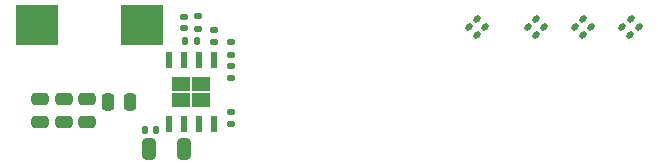
<source format=gtp>
G04 #@! TF.GenerationSoftware,KiCad,Pcbnew,7.0.10*
G04 #@! TF.CreationDate,2024-02-13T01:05:36+00:00*
G04 #@! TF.ProjectId,WYSE_5070_Riser,57595345-5f35-4303-9730-5f5269736572,rev?*
G04 #@! TF.SameCoordinates,Original*
G04 #@! TF.FileFunction,Paste,Top*
G04 #@! TF.FilePolarity,Positive*
%FSLAX46Y46*%
G04 Gerber Fmt 4.6, Leading zero omitted, Abs format (unit mm)*
G04 Created by KiCad (PCBNEW 7.0.10) date 2024-02-13 01:05:36*
%MOMM*%
%LPD*%
G01*
G04 APERTURE LIST*
G04 Aperture macros list*
%AMRoundRect*
0 Rectangle with rounded corners*
0 $1 Rounding radius*
0 $2 $3 $4 $5 $6 $7 $8 $9 X,Y pos of 4 corners*
0 Add a 4 corners polygon primitive as box body*
4,1,4,$2,$3,$4,$5,$6,$7,$8,$9,$2,$3,0*
0 Add four circle primitives for the rounded corners*
1,1,$1+$1,$2,$3*
1,1,$1+$1,$4,$5*
1,1,$1+$1,$6,$7*
1,1,$1+$1,$8,$9*
0 Add four rect primitives between the rounded corners*
20,1,$1+$1,$2,$3,$4,$5,0*
20,1,$1+$1,$4,$5,$6,$7,0*
20,1,$1+$1,$6,$7,$8,$9,0*
20,1,$1+$1,$8,$9,$2,$3,0*%
G04 Aperture macros list end*
%ADD10RoundRect,0.140000X-0.219203X-0.021213X-0.021213X-0.219203X0.219203X0.021213X0.021213X0.219203X0*%
%ADD11RoundRect,0.140000X-0.170000X0.140000X-0.170000X-0.140000X0.170000X-0.140000X0.170000X0.140000X0*%
%ADD12RoundRect,0.250000X0.325000X0.650000X-0.325000X0.650000X-0.325000X-0.650000X0.325000X-0.650000X0*%
%ADD13RoundRect,0.250000X-0.475000X0.250000X-0.475000X-0.250000X0.475000X-0.250000X0.475000X0.250000X0*%
%ADD14RoundRect,0.140000X0.140000X0.170000X-0.140000X0.170000X-0.140000X-0.170000X0.140000X-0.170000X0*%
%ADD15RoundRect,0.250000X-0.250000X-0.475000X0.250000X-0.475000X0.250000X0.475000X-0.250000X0.475000X0*%
%ADD16RoundRect,0.135000X-0.185000X0.135000X-0.185000X-0.135000X0.185000X-0.135000X0.185000X0.135000X0*%
%ADD17RoundRect,0.135000X0.185000X-0.135000X0.185000X0.135000X-0.185000X0.135000X-0.185000X-0.135000X0*%
%ADD18R,3.550000X3.500000*%
%ADD19R,0.558800X1.422400*%
G04 APERTURE END LIST*
G36*
X80400000Y-57258900D02*
G01*
X78923600Y-57258900D01*
X78923600Y-56100000D01*
X80400000Y-56100000D01*
X80400000Y-57258900D01*
G37*
G36*
X82076400Y-57258900D02*
G01*
X80600000Y-57258900D01*
X80600000Y-56100000D01*
X82076400Y-56100000D01*
X82076400Y-57258900D01*
G37*
G36*
X80400000Y-55900000D02*
G01*
X78923600Y-55900000D01*
X78923600Y-54741100D01*
X80400000Y-54741100D01*
X80400000Y-55900000D01*
G37*
G36*
X82076400Y-55900000D02*
G01*
X80600000Y-55900000D01*
X80600000Y-54741100D01*
X82076400Y-54741100D01*
X82076400Y-55900000D01*
G37*
D10*
X109714142Y-49807036D03*
X110392964Y-50485858D03*
D11*
X79925000Y-49625000D03*
X79925000Y-50585000D03*
D12*
X79875000Y-60850000D03*
X76925000Y-60850000D03*
D13*
X67700000Y-56600000D03*
X67700000Y-58500000D03*
X69700000Y-56600000D03*
X69700000Y-58500000D03*
D14*
X77530000Y-59200000D03*
X76570000Y-59200000D03*
D10*
X113714142Y-49807036D03*
X114392964Y-50485858D03*
D15*
X73450000Y-56800000D03*
X75350000Y-56800000D03*
D14*
X80980000Y-51650000D03*
X80020000Y-51650000D03*
D13*
X71700000Y-56600000D03*
X71700000Y-58500000D03*
D16*
X83900000Y-53790000D03*
X83900000Y-54810000D03*
X83900000Y-51790000D03*
X83900000Y-52810000D03*
D10*
X117007036Y-50514142D03*
X117685858Y-51192964D03*
D17*
X81075000Y-50610000D03*
X81075000Y-49590000D03*
D10*
X113007036Y-50514142D03*
X113685858Y-51192964D03*
X109007036Y-50514142D03*
X109685858Y-51192964D03*
D17*
X83900000Y-58710000D03*
X83900000Y-57690000D03*
D11*
X82400000Y-50770000D03*
X82400000Y-51730000D03*
D18*
X76375000Y-50300000D03*
X67425000Y-50300000D03*
D10*
X104714142Y-49807036D03*
X105392964Y-50485858D03*
X104007036Y-50514142D03*
X104685858Y-51192964D03*
X117714142Y-49807036D03*
X118392964Y-50485858D03*
D19*
X78595000Y-58692400D03*
X79865000Y-58692400D03*
X81135000Y-58692400D03*
X82405000Y-58692400D03*
X82405000Y-53307600D03*
X81135000Y-53307600D03*
X79865000Y-53307600D03*
X78595000Y-53307600D03*
M02*

</source>
